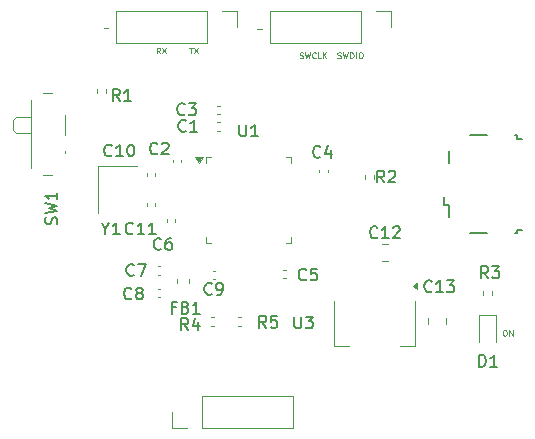
<source format=gbr>
%TF.GenerationSoftware,KiCad,Pcbnew,9.0.0*%
%TF.CreationDate,2025-03-25T14:42:11+07:00*%
%TF.ProjectId,stm32f1,73746d33-3266-4312-9e6b-696361645f70,rev?*%
%TF.SameCoordinates,Original*%
%TF.FileFunction,Legend,Top*%
%TF.FilePolarity,Positive*%
%FSLAX46Y46*%
G04 Gerber Fmt 4.6, Leading zero omitted, Abs format (unit mm)*
G04 Created by KiCad (PCBNEW 9.0.0) date 2025-03-25 14:42:11*
%MOMM*%
%LPD*%
G01*
G04 APERTURE LIST*
%ADD10C,0.125000*%
%ADD11C,0.150000*%
%ADD12C,0.120000*%
G04 APERTURE END LIST*
D10*
X112886997Y-50832309D02*
X112720331Y-50594214D01*
X112601283Y-50832309D02*
X112601283Y-50332309D01*
X112601283Y-50332309D02*
X112791759Y-50332309D01*
X112791759Y-50332309D02*
X112839378Y-50356119D01*
X112839378Y-50356119D02*
X112863188Y-50379928D01*
X112863188Y-50379928D02*
X112886997Y-50427547D01*
X112886997Y-50427547D02*
X112886997Y-50498976D01*
X112886997Y-50498976D02*
X112863188Y-50546595D01*
X112863188Y-50546595D02*
X112839378Y-50570404D01*
X112839378Y-50570404D02*
X112791759Y-50594214D01*
X112791759Y-50594214D02*
X112601283Y-50594214D01*
X113053664Y-50332309D02*
X113386997Y-50832309D01*
X113386997Y-50332309D02*
X113053664Y-50832309D01*
X141996521Y-74232309D02*
X142091759Y-74232309D01*
X142091759Y-74232309D02*
X142139378Y-74256119D01*
X142139378Y-74256119D02*
X142186997Y-74303738D01*
X142186997Y-74303738D02*
X142210807Y-74398976D01*
X142210807Y-74398976D02*
X142210807Y-74565642D01*
X142210807Y-74565642D02*
X142186997Y-74660880D01*
X142186997Y-74660880D02*
X142139378Y-74708500D01*
X142139378Y-74708500D02*
X142091759Y-74732309D01*
X142091759Y-74732309D02*
X141996521Y-74732309D01*
X141996521Y-74732309D02*
X141948902Y-74708500D01*
X141948902Y-74708500D02*
X141901283Y-74660880D01*
X141901283Y-74660880D02*
X141877474Y-74565642D01*
X141877474Y-74565642D02*
X141877474Y-74398976D01*
X141877474Y-74398976D02*
X141901283Y-74303738D01*
X141901283Y-74303738D02*
X141948902Y-74256119D01*
X141948902Y-74256119D02*
X141996521Y-74232309D01*
X142425093Y-74732309D02*
X142425093Y-74232309D01*
X142425093Y-74232309D02*
X142710807Y-74732309D01*
X142710807Y-74732309D02*
X142710807Y-74232309D01*
X108101283Y-48641833D02*
X108482236Y-48641833D01*
X121101283Y-48741833D02*
X121482236Y-48741833D01*
X115329855Y-50332309D02*
X115615569Y-50332309D01*
X115472712Y-50832309D02*
X115472712Y-50332309D01*
X115734616Y-50332309D02*
X116067949Y-50832309D01*
X116067949Y-50332309D02*
X115734616Y-50832309D01*
X127877474Y-51208500D02*
X127948902Y-51232309D01*
X127948902Y-51232309D02*
X128067950Y-51232309D01*
X128067950Y-51232309D02*
X128115569Y-51208500D01*
X128115569Y-51208500D02*
X128139378Y-51184690D01*
X128139378Y-51184690D02*
X128163188Y-51137071D01*
X128163188Y-51137071D02*
X128163188Y-51089452D01*
X128163188Y-51089452D02*
X128139378Y-51041833D01*
X128139378Y-51041833D02*
X128115569Y-51018023D01*
X128115569Y-51018023D02*
X128067950Y-50994214D01*
X128067950Y-50994214D02*
X127972712Y-50970404D01*
X127972712Y-50970404D02*
X127925093Y-50946595D01*
X127925093Y-50946595D02*
X127901283Y-50922785D01*
X127901283Y-50922785D02*
X127877474Y-50875166D01*
X127877474Y-50875166D02*
X127877474Y-50827547D01*
X127877474Y-50827547D02*
X127901283Y-50779928D01*
X127901283Y-50779928D02*
X127925093Y-50756119D01*
X127925093Y-50756119D02*
X127972712Y-50732309D01*
X127972712Y-50732309D02*
X128091759Y-50732309D01*
X128091759Y-50732309D02*
X128163188Y-50756119D01*
X128329854Y-50732309D02*
X128448902Y-51232309D01*
X128448902Y-51232309D02*
X128544140Y-50875166D01*
X128544140Y-50875166D02*
X128639378Y-51232309D01*
X128639378Y-51232309D02*
X128758426Y-50732309D01*
X128948902Y-51232309D02*
X128948902Y-50732309D01*
X128948902Y-50732309D02*
X129067950Y-50732309D01*
X129067950Y-50732309D02*
X129139378Y-50756119D01*
X129139378Y-50756119D02*
X129186997Y-50803738D01*
X129186997Y-50803738D02*
X129210807Y-50851357D01*
X129210807Y-50851357D02*
X129234616Y-50946595D01*
X129234616Y-50946595D02*
X129234616Y-51018023D01*
X129234616Y-51018023D02*
X129210807Y-51113261D01*
X129210807Y-51113261D02*
X129186997Y-51160880D01*
X129186997Y-51160880D02*
X129139378Y-51208500D01*
X129139378Y-51208500D02*
X129067950Y-51232309D01*
X129067950Y-51232309D02*
X128948902Y-51232309D01*
X129448902Y-51232309D02*
X129448902Y-50732309D01*
X129782235Y-50732309D02*
X129877473Y-50732309D01*
X129877473Y-50732309D02*
X129925092Y-50756119D01*
X129925092Y-50756119D02*
X129972711Y-50803738D01*
X129972711Y-50803738D02*
X129996521Y-50898976D01*
X129996521Y-50898976D02*
X129996521Y-51065642D01*
X129996521Y-51065642D02*
X129972711Y-51160880D01*
X129972711Y-51160880D02*
X129925092Y-51208500D01*
X129925092Y-51208500D02*
X129877473Y-51232309D01*
X129877473Y-51232309D02*
X129782235Y-51232309D01*
X129782235Y-51232309D02*
X129734616Y-51208500D01*
X129734616Y-51208500D02*
X129686997Y-51160880D01*
X129686997Y-51160880D02*
X129663188Y-51065642D01*
X129663188Y-51065642D02*
X129663188Y-50898976D01*
X129663188Y-50898976D02*
X129686997Y-50803738D01*
X129686997Y-50803738D02*
X129734616Y-50756119D01*
X129734616Y-50756119D02*
X129782235Y-50732309D01*
X124677474Y-51208500D02*
X124748902Y-51232309D01*
X124748902Y-51232309D02*
X124867950Y-51232309D01*
X124867950Y-51232309D02*
X124915569Y-51208500D01*
X124915569Y-51208500D02*
X124939378Y-51184690D01*
X124939378Y-51184690D02*
X124963188Y-51137071D01*
X124963188Y-51137071D02*
X124963188Y-51089452D01*
X124963188Y-51089452D02*
X124939378Y-51041833D01*
X124939378Y-51041833D02*
X124915569Y-51018023D01*
X124915569Y-51018023D02*
X124867950Y-50994214D01*
X124867950Y-50994214D02*
X124772712Y-50970404D01*
X124772712Y-50970404D02*
X124725093Y-50946595D01*
X124725093Y-50946595D02*
X124701283Y-50922785D01*
X124701283Y-50922785D02*
X124677474Y-50875166D01*
X124677474Y-50875166D02*
X124677474Y-50827547D01*
X124677474Y-50827547D02*
X124701283Y-50779928D01*
X124701283Y-50779928D02*
X124725093Y-50756119D01*
X124725093Y-50756119D02*
X124772712Y-50732309D01*
X124772712Y-50732309D02*
X124891759Y-50732309D01*
X124891759Y-50732309D02*
X124963188Y-50756119D01*
X125129854Y-50732309D02*
X125248902Y-51232309D01*
X125248902Y-51232309D02*
X125344140Y-50875166D01*
X125344140Y-50875166D02*
X125439378Y-51232309D01*
X125439378Y-51232309D02*
X125558426Y-50732309D01*
X126034616Y-51184690D02*
X126010807Y-51208500D01*
X126010807Y-51208500D02*
X125939378Y-51232309D01*
X125939378Y-51232309D02*
X125891759Y-51232309D01*
X125891759Y-51232309D02*
X125820331Y-51208500D01*
X125820331Y-51208500D02*
X125772712Y-51160880D01*
X125772712Y-51160880D02*
X125748902Y-51113261D01*
X125748902Y-51113261D02*
X125725093Y-51018023D01*
X125725093Y-51018023D02*
X125725093Y-50946595D01*
X125725093Y-50946595D02*
X125748902Y-50851357D01*
X125748902Y-50851357D02*
X125772712Y-50803738D01*
X125772712Y-50803738D02*
X125820331Y-50756119D01*
X125820331Y-50756119D02*
X125891759Y-50732309D01*
X125891759Y-50732309D02*
X125939378Y-50732309D01*
X125939378Y-50732309D02*
X126010807Y-50756119D01*
X126010807Y-50756119D02*
X126034616Y-50779928D01*
X126486997Y-51232309D02*
X126248902Y-51232309D01*
X126248902Y-51232309D02*
X126248902Y-50732309D01*
X126653664Y-51232309D02*
X126653664Y-50732309D01*
X126939378Y-51232309D02*
X126725093Y-50946595D01*
X126939378Y-50732309D02*
X126653664Y-51018023D01*
D11*
X115033333Y-57359580D02*
X114985714Y-57407200D01*
X114985714Y-57407200D02*
X114842857Y-57454819D01*
X114842857Y-57454819D02*
X114747619Y-57454819D01*
X114747619Y-57454819D02*
X114604762Y-57407200D01*
X114604762Y-57407200D02*
X114509524Y-57311961D01*
X114509524Y-57311961D02*
X114461905Y-57216723D01*
X114461905Y-57216723D02*
X114414286Y-57026247D01*
X114414286Y-57026247D02*
X114414286Y-56883390D01*
X114414286Y-56883390D02*
X114461905Y-56692914D01*
X114461905Y-56692914D02*
X114509524Y-56597676D01*
X114509524Y-56597676D02*
X114604762Y-56502438D01*
X114604762Y-56502438D02*
X114747619Y-56454819D01*
X114747619Y-56454819D02*
X114842857Y-56454819D01*
X114842857Y-56454819D02*
X114985714Y-56502438D01*
X114985714Y-56502438D02*
X115033333Y-56550057D01*
X115985714Y-57454819D02*
X115414286Y-57454819D01*
X115700000Y-57454819D02*
X115700000Y-56454819D01*
X115700000Y-56454819D02*
X115604762Y-56597676D01*
X115604762Y-56597676D02*
X115509524Y-56692914D01*
X115509524Y-56692914D02*
X115414286Y-56740533D01*
X104107200Y-65283332D02*
X104154819Y-65140475D01*
X104154819Y-65140475D02*
X104154819Y-64902380D01*
X104154819Y-64902380D02*
X104107200Y-64807142D01*
X104107200Y-64807142D02*
X104059580Y-64759523D01*
X104059580Y-64759523D02*
X103964342Y-64711904D01*
X103964342Y-64711904D02*
X103869104Y-64711904D01*
X103869104Y-64711904D02*
X103773866Y-64759523D01*
X103773866Y-64759523D02*
X103726247Y-64807142D01*
X103726247Y-64807142D02*
X103678628Y-64902380D01*
X103678628Y-64902380D02*
X103631009Y-65092856D01*
X103631009Y-65092856D02*
X103583390Y-65188094D01*
X103583390Y-65188094D02*
X103535771Y-65235713D01*
X103535771Y-65235713D02*
X103440533Y-65283332D01*
X103440533Y-65283332D02*
X103345295Y-65283332D01*
X103345295Y-65283332D02*
X103250057Y-65235713D01*
X103250057Y-65235713D02*
X103202438Y-65188094D01*
X103202438Y-65188094D02*
X103154819Y-65092856D01*
X103154819Y-65092856D02*
X103154819Y-64854761D01*
X103154819Y-64854761D02*
X103202438Y-64711904D01*
X103154819Y-64378570D02*
X104154819Y-64140475D01*
X104154819Y-64140475D02*
X103440533Y-63949999D01*
X103440533Y-63949999D02*
X104154819Y-63759523D01*
X104154819Y-63759523D02*
X103154819Y-63521428D01*
X104154819Y-62616666D02*
X104154819Y-63188094D01*
X104154819Y-62902380D02*
X103154819Y-62902380D01*
X103154819Y-62902380D02*
X103297676Y-62997618D01*
X103297676Y-62997618D02*
X103392914Y-63092856D01*
X103392914Y-63092856D02*
X103440533Y-63188094D01*
X108235809Y-65682628D02*
X108235809Y-66158819D01*
X107902476Y-65158819D02*
X108235809Y-65682628D01*
X108235809Y-65682628D02*
X108569142Y-65158819D01*
X109426285Y-66158819D02*
X108854857Y-66158819D01*
X109140571Y-66158819D02*
X109140571Y-65158819D01*
X109140571Y-65158819D02*
X109045333Y-65301676D01*
X109045333Y-65301676D02*
X108950095Y-65396914D01*
X108950095Y-65396914D02*
X108854857Y-65444533D01*
X124238095Y-73104819D02*
X124238095Y-73914342D01*
X124238095Y-73914342D02*
X124285714Y-74009580D01*
X124285714Y-74009580D02*
X124333333Y-74057200D01*
X124333333Y-74057200D02*
X124428571Y-74104819D01*
X124428571Y-74104819D02*
X124619047Y-74104819D01*
X124619047Y-74104819D02*
X124714285Y-74057200D01*
X124714285Y-74057200D02*
X124761904Y-74009580D01*
X124761904Y-74009580D02*
X124809523Y-73914342D01*
X124809523Y-73914342D02*
X124809523Y-73104819D01*
X125190476Y-73104819D02*
X125809523Y-73104819D01*
X125809523Y-73104819D02*
X125476190Y-73485771D01*
X125476190Y-73485771D02*
X125619047Y-73485771D01*
X125619047Y-73485771D02*
X125714285Y-73533390D01*
X125714285Y-73533390D02*
X125761904Y-73581009D01*
X125761904Y-73581009D02*
X125809523Y-73676247D01*
X125809523Y-73676247D02*
X125809523Y-73914342D01*
X125809523Y-73914342D02*
X125761904Y-74009580D01*
X125761904Y-74009580D02*
X125714285Y-74057200D01*
X125714285Y-74057200D02*
X125619047Y-74104819D01*
X125619047Y-74104819D02*
X125333333Y-74104819D01*
X125333333Y-74104819D02*
X125238095Y-74057200D01*
X125238095Y-74057200D02*
X125190476Y-74009580D01*
X119575595Y-56854819D02*
X119575595Y-57664342D01*
X119575595Y-57664342D02*
X119623214Y-57759580D01*
X119623214Y-57759580D02*
X119670833Y-57807200D01*
X119670833Y-57807200D02*
X119766071Y-57854819D01*
X119766071Y-57854819D02*
X119956547Y-57854819D01*
X119956547Y-57854819D02*
X120051785Y-57807200D01*
X120051785Y-57807200D02*
X120099404Y-57759580D01*
X120099404Y-57759580D02*
X120147023Y-57664342D01*
X120147023Y-57664342D02*
X120147023Y-56854819D01*
X121147023Y-57854819D02*
X120575595Y-57854819D01*
X120861309Y-57854819D02*
X120861309Y-56854819D01*
X120861309Y-56854819D02*
X120766071Y-56997676D01*
X120766071Y-56997676D02*
X120670833Y-57092914D01*
X120670833Y-57092914D02*
X120575595Y-57140533D01*
X121833333Y-74054819D02*
X121500000Y-73578628D01*
X121261905Y-74054819D02*
X121261905Y-73054819D01*
X121261905Y-73054819D02*
X121642857Y-73054819D01*
X121642857Y-73054819D02*
X121738095Y-73102438D01*
X121738095Y-73102438D02*
X121785714Y-73150057D01*
X121785714Y-73150057D02*
X121833333Y-73245295D01*
X121833333Y-73245295D02*
X121833333Y-73388152D01*
X121833333Y-73388152D02*
X121785714Y-73483390D01*
X121785714Y-73483390D02*
X121738095Y-73531009D01*
X121738095Y-73531009D02*
X121642857Y-73578628D01*
X121642857Y-73578628D02*
X121261905Y-73578628D01*
X122738095Y-73054819D02*
X122261905Y-73054819D01*
X122261905Y-73054819D02*
X122214286Y-73531009D01*
X122214286Y-73531009D02*
X122261905Y-73483390D01*
X122261905Y-73483390D02*
X122357143Y-73435771D01*
X122357143Y-73435771D02*
X122595238Y-73435771D01*
X122595238Y-73435771D02*
X122690476Y-73483390D01*
X122690476Y-73483390D02*
X122738095Y-73531009D01*
X122738095Y-73531009D02*
X122785714Y-73626247D01*
X122785714Y-73626247D02*
X122785714Y-73864342D01*
X122785714Y-73864342D02*
X122738095Y-73959580D01*
X122738095Y-73959580D02*
X122690476Y-74007200D01*
X122690476Y-74007200D02*
X122595238Y-74054819D01*
X122595238Y-74054819D02*
X122357143Y-74054819D01*
X122357143Y-74054819D02*
X122261905Y-74007200D01*
X122261905Y-74007200D02*
X122214286Y-73959580D01*
X115233333Y-74254819D02*
X114900000Y-73778628D01*
X114661905Y-74254819D02*
X114661905Y-73254819D01*
X114661905Y-73254819D02*
X115042857Y-73254819D01*
X115042857Y-73254819D02*
X115138095Y-73302438D01*
X115138095Y-73302438D02*
X115185714Y-73350057D01*
X115185714Y-73350057D02*
X115233333Y-73445295D01*
X115233333Y-73445295D02*
X115233333Y-73588152D01*
X115233333Y-73588152D02*
X115185714Y-73683390D01*
X115185714Y-73683390D02*
X115138095Y-73731009D01*
X115138095Y-73731009D02*
X115042857Y-73778628D01*
X115042857Y-73778628D02*
X114661905Y-73778628D01*
X116090476Y-73588152D02*
X116090476Y-74254819D01*
X115852381Y-73207200D02*
X115614286Y-73921485D01*
X115614286Y-73921485D02*
X116233333Y-73921485D01*
X140633333Y-69854819D02*
X140300000Y-69378628D01*
X140061905Y-69854819D02*
X140061905Y-68854819D01*
X140061905Y-68854819D02*
X140442857Y-68854819D01*
X140442857Y-68854819D02*
X140538095Y-68902438D01*
X140538095Y-68902438D02*
X140585714Y-68950057D01*
X140585714Y-68950057D02*
X140633333Y-69045295D01*
X140633333Y-69045295D02*
X140633333Y-69188152D01*
X140633333Y-69188152D02*
X140585714Y-69283390D01*
X140585714Y-69283390D02*
X140538095Y-69331009D01*
X140538095Y-69331009D02*
X140442857Y-69378628D01*
X140442857Y-69378628D02*
X140061905Y-69378628D01*
X140966667Y-68854819D02*
X141585714Y-68854819D01*
X141585714Y-68854819D02*
X141252381Y-69235771D01*
X141252381Y-69235771D02*
X141395238Y-69235771D01*
X141395238Y-69235771D02*
X141490476Y-69283390D01*
X141490476Y-69283390D02*
X141538095Y-69331009D01*
X141538095Y-69331009D02*
X141585714Y-69426247D01*
X141585714Y-69426247D02*
X141585714Y-69664342D01*
X141585714Y-69664342D02*
X141538095Y-69759580D01*
X141538095Y-69759580D02*
X141490476Y-69807200D01*
X141490476Y-69807200D02*
X141395238Y-69854819D01*
X141395238Y-69854819D02*
X141109524Y-69854819D01*
X141109524Y-69854819D02*
X141014286Y-69807200D01*
X141014286Y-69807200D02*
X140966667Y-69759580D01*
X131833333Y-61754819D02*
X131500000Y-61278628D01*
X131261905Y-61754819D02*
X131261905Y-60754819D01*
X131261905Y-60754819D02*
X131642857Y-60754819D01*
X131642857Y-60754819D02*
X131738095Y-60802438D01*
X131738095Y-60802438D02*
X131785714Y-60850057D01*
X131785714Y-60850057D02*
X131833333Y-60945295D01*
X131833333Y-60945295D02*
X131833333Y-61088152D01*
X131833333Y-61088152D02*
X131785714Y-61183390D01*
X131785714Y-61183390D02*
X131738095Y-61231009D01*
X131738095Y-61231009D02*
X131642857Y-61278628D01*
X131642857Y-61278628D02*
X131261905Y-61278628D01*
X132214286Y-60850057D02*
X132261905Y-60802438D01*
X132261905Y-60802438D02*
X132357143Y-60754819D01*
X132357143Y-60754819D02*
X132595238Y-60754819D01*
X132595238Y-60754819D02*
X132690476Y-60802438D01*
X132690476Y-60802438D02*
X132738095Y-60850057D01*
X132738095Y-60850057D02*
X132785714Y-60945295D01*
X132785714Y-60945295D02*
X132785714Y-61040533D01*
X132785714Y-61040533D02*
X132738095Y-61183390D01*
X132738095Y-61183390D02*
X132166667Y-61754819D01*
X132166667Y-61754819D02*
X132785714Y-61754819D01*
X109433333Y-54854819D02*
X109100000Y-54378628D01*
X108861905Y-54854819D02*
X108861905Y-53854819D01*
X108861905Y-53854819D02*
X109242857Y-53854819D01*
X109242857Y-53854819D02*
X109338095Y-53902438D01*
X109338095Y-53902438D02*
X109385714Y-53950057D01*
X109385714Y-53950057D02*
X109433333Y-54045295D01*
X109433333Y-54045295D02*
X109433333Y-54188152D01*
X109433333Y-54188152D02*
X109385714Y-54283390D01*
X109385714Y-54283390D02*
X109338095Y-54331009D01*
X109338095Y-54331009D02*
X109242857Y-54378628D01*
X109242857Y-54378628D02*
X108861905Y-54378628D01*
X110385714Y-54854819D02*
X109814286Y-54854819D01*
X110100000Y-54854819D02*
X110100000Y-53854819D01*
X110100000Y-53854819D02*
X110004762Y-53997676D01*
X110004762Y-53997676D02*
X109909524Y-54092914D01*
X109909524Y-54092914D02*
X109814286Y-54140533D01*
X114166666Y-72331009D02*
X113833333Y-72331009D01*
X113833333Y-72854819D02*
X113833333Y-71854819D01*
X113833333Y-71854819D02*
X114309523Y-71854819D01*
X115023809Y-72331009D02*
X115166666Y-72378628D01*
X115166666Y-72378628D02*
X115214285Y-72426247D01*
X115214285Y-72426247D02*
X115261904Y-72521485D01*
X115261904Y-72521485D02*
X115261904Y-72664342D01*
X115261904Y-72664342D02*
X115214285Y-72759580D01*
X115214285Y-72759580D02*
X115166666Y-72807200D01*
X115166666Y-72807200D02*
X115071428Y-72854819D01*
X115071428Y-72854819D02*
X114690476Y-72854819D01*
X114690476Y-72854819D02*
X114690476Y-71854819D01*
X114690476Y-71854819D02*
X115023809Y-71854819D01*
X115023809Y-71854819D02*
X115119047Y-71902438D01*
X115119047Y-71902438D02*
X115166666Y-71950057D01*
X115166666Y-71950057D02*
X115214285Y-72045295D01*
X115214285Y-72045295D02*
X115214285Y-72140533D01*
X115214285Y-72140533D02*
X115166666Y-72235771D01*
X115166666Y-72235771D02*
X115119047Y-72283390D01*
X115119047Y-72283390D02*
X115023809Y-72331009D01*
X115023809Y-72331009D02*
X114690476Y-72331009D01*
X116214285Y-72854819D02*
X115642857Y-72854819D01*
X115928571Y-72854819D02*
X115928571Y-71854819D01*
X115928571Y-71854819D02*
X115833333Y-71997676D01*
X115833333Y-71997676D02*
X115738095Y-72092914D01*
X115738095Y-72092914D02*
X115642857Y-72140533D01*
X139861905Y-77354819D02*
X139861905Y-76354819D01*
X139861905Y-76354819D02*
X140100000Y-76354819D01*
X140100000Y-76354819D02*
X140242857Y-76402438D01*
X140242857Y-76402438D02*
X140338095Y-76497676D01*
X140338095Y-76497676D02*
X140385714Y-76592914D01*
X140385714Y-76592914D02*
X140433333Y-76783390D01*
X140433333Y-76783390D02*
X140433333Y-76926247D01*
X140433333Y-76926247D02*
X140385714Y-77116723D01*
X140385714Y-77116723D02*
X140338095Y-77211961D01*
X140338095Y-77211961D02*
X140242857Y-77307200D01*
X140242857Y-77307200D02*
X140100000Y-77354819D01*
X140100000Y-77354819D02*
X139861905Y-77354819D01*
X141385714Y-77354819D02*
X140814286Y-77354819D01*
X141100000Y-77354819D02*
X141100000Y-76354819D01*
X141100000Y-76354819D02*
X141004762Y-76497676D01*
X141004762Y-76497676D02*
X140909524Y-76592914D01*
X140909524Y-76592914D02*
X140814286Y-76640533D01*
X135857142Y-70959580D02*
X135809523Y-71007200D01*
X135809523Y-71007200D02*
X135666666Y-71054819D01*
X135666666Y-71054819D02*
X135571428Y-71054819D01*
X135571428Y-71054819D02*
X135428571Y-71007200D01*
X135428571Y-71007200D02*
X135333333Y-70911961D01*
X135333333Y-70911961D02*
X135285714Y-70816723D01*
X135285714Y-70816723D02*
X135238095Y-70626247D01*
X135238095Y-70626247D02*
X135238095Y-70483390D01*
X135238095Y-70483390D02*
X135285714Y-70292914D01*
X135285714Y-70292914D02*
X135333333Y-70197676D01*
X135333333Y-70197676D02*
X135428571Y-70102438D01*
X135428571Y-70102438D02*
X135571428Y-70054819D01*
X135571428Y-70054819D02*
X135666666Y-70054819D01*
X135666666Y-70054819D02*
X135809523Y-70102438D01*
X135809523Y-70102438D02*
X135857142Y-70150057D01*
X136809523Y-71054819D02*
X136238095Y-71054819D01*
X136523809Y-71054819D02*
X136523809Y-70054819D01*
X136523809Y-70054819D02*
X136428571Y-70197676D01*
X136428571Y-70197676D02*
X136333333Y-70292914D01*
X136333333Y-70292914D02*
X136238095Y-70340533D01*
X137142857Y-70054819D02*
X137761904Y-70054819D01*
X137761904Y-70054819D02*
X137428571Y-70435771D01*
X137428571Y-70435771D02*
X137571428Y-70435771D01*
X137571428Y-70435771D02*
X137666666Y-70483390D01*
X137666666Y-70483390D02*
X137714285Y-70531009D01*
X137714285Y-70531009D02*
X137761904Y-70626247D01*
X137761904Y-70626247D02*
X137761904Y-70864342D01*
X137761904Y-70864342D02*
X137714285Y-70959580D01*
X137714285Y-70959580D02*
X137666666Y-71007200D01*
X137666666Y-71007200D02*
X137571428Y-71054819D01*
X137571428Y-71054819D02*
X137285714Y-71054819D01*
X137285714Y-71054819D02*
X137190476Y-71007200D01*
X137190476Y-71007200D02*
X137142857Y-70959580D01*
X131257142Y-66379580D02*
X131209523Y-66427200D01*
X131209523Y-66427200D02*
X131066666Y-66474819D01*
X131066666Y-66474819D02*
X130971428Y-66474819D01*
X130971428Y-66474819D02*
X130828571Y-66427200D01*
X130828571Y-66427200D02*
X130733333Y-66331961D01*
X130733333Y-66331961D02*
X130685714Y-66236723D01*
X130685714Y-66236723D02*
X130638095Y-66046247D01*
X130638095Y-66046247D02*
X130638095Y-65903390D01*
X130638095Y-65903390D02*
X130685714Y-65712914D01*
X130685714Y-65712914D02*
X130733333Y-65617676D01*
X130733333Y-65617676D02*
X130828571Y-65522438D01*
X130828571Y-65522438D02*
X130971428Y-65474819D01*
X130971428Y-65474819D02*
X131066666Y-65474819D01*
X131066666Y-65474819D02*
X131209523Y-65522438D01*
X131209523Y-65522438D02*
X131257142Y-65570057D01*
X132209523Y-66474819D02*
X131638095Y-66474819D01*
X131923809Y-66474819D02*
X131923809Y-65474819D01*
X131923809Y-65474819D02*
X131828571Y-65617676D01*
X131828571Y-65617676D02*
X131733333Y-65712914D01*
X131733333Y-65712914D02*
X131638095Y-65760533D01*
X132590476Y-65570057D02*
X132638095Y-65522438D01*
X132638095Y-65522438D02*
X132733333Y-65474819D01*
X132733333Y-65474819D02*
X132971428Y-65474819D01*
X132971428Y-65474819D02*
X133066666Y-65522438D01*
X133066666Y-65522438D02*
X133114285Y-65570057D01*
X133114285Y-65570057D02*
X133161904Y-65665295D01*
X133161904Y-65665295D02*
X133161904Y-65760533D01*
X133161904Y-65760533D02*
X133114285Y-65903390D01*
X133114285Y-65903390D02*
X132542857Y-66474819D01*
X132542857Y-66474819D02*
X133161904Y-66474819D01*
X110569142Y-66063580D02*
X110521523Y-66111200D01*
X110521523Y-66111200D02*
X110378666Y-66158819D01*
X110378666Y-66158819D02*
X110283428Y-66158819D01*
X110283428Y-66158819D02*
X110140571Y-66111200D01*
X110140571Y-66111200D02*
X110045333Y-66015961D01*
X110045333Y-66015961D02*
X109997714Y-65920723D01*
X109997714Y-65920723D02*
X109950095Y-65730247D01*
X109950095Y-65730247D02*
X109950095Y-65587390D01*
X109950095Y-65587390D02*
X109997714Y-65396914D01*
X109997714Y-65396914D02*
X110045333Y-65301676D01*
X110045333Y-65301676D02*
X110140571Y-65206438D01*
X110140571Y-65206438D02*
X110283428Y-65158819D01*
X110283428Y-65158819D02*
X110378666Y-65158819D01*
X110378666Y-65158819D02*
X110521523Y-65206438D01*
X110521523Y-65206438D02*
X110569142Y-65254057D01*
X111521523Y-66158819D02*
X110950095Y-66158819D01*
X111235809Y-66158819D02*
X111235809Y-65158819D01*
X111235809Y-65158819D02*
X111140571Y-65301676D01*
X111140571Y-65301676D02*
X111045333Y-65396914D01*
X111045333Y-65396914D02*
X110950095Y-65444533D01*
X112473904Y-66158819D02*
X111902476Y-66158819D01*
X112188190Y-66158819D02*
X112188190Y-65158819D01*
X112188190Y-65158819D02*
X112092952Y-65301676D01*
X112092952Y-65301676D02*
X111997714Y-65396914D01*
X111997714Y-65396914D02*
X111902476Y-65444533D01*
X108757142Y-59459580D02*
X108709523Y-59507200D01*
X108709523Y-59507200D02*
X108566666Y-59554819D01*
X108566666Y-59554819D02*
X108471428Y-59554819D01*
X108471428Y-59554819D02*
X108328571Y-59507200D01*
X108328571Y-59507200D02*
X108233333Y-59411961D01*
X108233333Y-59411961D02*
X108185714Y-59316723D01*
X108185714Y-59316723D02*
X108138095Y-59126247D01*
X108138095Y-59126247D02*
X108138095Y-58983390D01*
X108138095Y-58983390D02*
X108185714Y-58792914D01*
X108185714Y-58792914D02*
X108233333Y-58697676D01*
X108233333Y-58697676D02*
X108328571Y-58602438D01*
X108328571Y-58602438D02*
X108471428Y-58554819D01*
X108471428Y-58554819D02*
X108566666Y-58554819D01*
X108566666Y-58554819D02*
X108709523Y-58602438D01*
X108709523Y-58602438D02*
X108757142Y-58650057D01*
X109709523Y-59554819D02*
X109138095Y-59554819D01*
X109423809Y-59554819D02*
X109423809Y-58554819D01*
X109423809Y-58554819D02*
X109328571Y-58697676D01*
X109328571Y-58697676D02*
X109233333Y-58792914D01*
X109233333Y-58792914D02*
X109138095Y-58840533D01*
X110328571Y-58554819D02*
X110423809Y-58554819D01*
X110423809Y-58554819D02*
X110519047Y-58602438D01*
X110519047Y-58602438D02*
X110566666Y-58650057D01*
X110566666Y-58650057D02*
X110614285Y-58745295D01*
X110614285Y-58745295D02*
X110661904Y-58935771D01*
X110661904Y-58935771D02*
X110661904Y-59173866D01*
X110661904Y-59173866D02*
X110614285Y-59364342D01*
X110614285Y-59364342D02*
X110566666Y-59459580D01*
X110566666Y-59459580D02*
X110519047Y-59507200D01*
X110519047Y-59507200D02*
X110423809Y-59554819D01*
X110423809Y-59554819D02*
X110328571Y-59554819D01*
X110328571Y-59554819D02*
X110233333Y-59507200D01*
X110233333Y-59507200D02*
X110185714Y-59459580D01*
X110185714Y-59459580D02*
X110138095Y-59364342D01*
X110138095Y-59364342D02*
X110090476Y-59173866D01*
X110090476Y-59173866D02*
X110090476Y-58935771D01*
X110090476Y-58935771D02*
X110138095Y-58745295D01*
X110138095Y-58745295D02*
X110185714Y-58650057D01*
X110185714Y-58650057D02*
X110233333Y-58602438D01*
X110233333Y-58602438D02*
X110328571Y-58554819D01*
X117233333Y-71159580D02*
X117185714Y-71207200D01*
X117185714Y-71207200D02*
X117042857Y-71254819D01*
X117042857Y-71254819D02*
X116947619Y-71254819D01*
X116947619Y-71254819D02*
X116804762Y-71207200D01*
X116804762Y-71207200D02*
X116709524Y-71111961D01*
X116709524Y-71111961D02*
X116661905Y-71016723D01*
X116661905Y-71016723D02*
X116614286Y-70826247D01*
X116614286Y-70826247D02*
X116614286Y-70683390D01*
X116614286Y-70683390D02*
X116661905Y-70492914D01*
X116661905Y-70492914D02*
X116709524Y-70397676D01*
X116709524Y-70397676D02*
X116804762Y-70302438D01*
X116804762Y-70302438D02*
X116947619Y-70254819D01*
X116947619Y-70254819D02*
X117042857Y-70254819D01*
X117042857Y-70254819D02*
X117185714Y-70302438D01*
X117185714Y-70302438D02*
X117233333Y-70350057D01*
X117709524Y-71254819D02*
X117900000Y-71254819D01*
X117900000Y-71254819D02*
X117995238Y-71207200D01*
X117995238Y-71207200D02*
X118042857Y-71159580D01*
X118042857Y-71159580D02*
X118138095Y-71016723D01*
X118138095Y-71016723D02*
X118185714Y-70826247D01*
X118185714Y-70826247D02*
X118185714Y-70445295D01*
X118185714Y-70445295D02*
X118138095Y-70350057D01*
X118138095Y-70350057D02*
X118090476Y-70302438D01*
X118090476Y-70302438D02*
X117995238Y-70254819D01*
X117995238Y-70254819D02*
X117804762Y-70254819D01*
X117804762Y-70254819D02*
X117709524Y-70302438D01*
X117709524Y-70302438D02*
X117661905Y-70350057D01*
X117661905Y-70350057D02*
X117614286Y-70445295D01*
X117614286Y-70445295D02*
X117614286Y-70683390D01*
X117614286Y-70683390D02*
X117661905Y-70778628D01*
X117661905Y-70778628D02*
X117709524Y-70826247D01*
X117709524Y-70826247D02*
X117804762Y-70873866D01*
X117804762Y-70873866D02*
X117995238Y-70873866D01*
X117995238Y-70873866D02*
X118090476Y-70826247D01*
X118090476Y-70826247D02*
X118138095Y-70778628D01*
X118138095Y-70778628D02*
X118185714Y-70683390D01*
X110433333Y-71559580D02*
X110385714Y-71607200D01*
X110385714Y-71607200D02*
X110242857Y-71654819D01*
X110242857Y-71654819D02*
X110147619Y-71654819D01*
X110147619Y-71654819D02*
X110004762Y-71607200D01*
X110004762Y-71607200D02*
X109909524Y-71511961D01*
X109909524Y-71511961D02*
X109861905Y-71416723D01*
X109861905Y-71416723D02*
X109814286Y-71226247D01*
X109814286Y-71226247D02*
X109814286Y-71083390D01*
X109814286Y-71083390D02*
X109861905Y-70892914D01*
X109861905Y-70892914D02*
X109909524Y-70797676D01*
X109909524Y-70797676D02*
X110004762Y-70702438D01*
X110004762Y-70702438D02*
X110147619Y-70654819D01*
X110147619Y-70654819D02*
X110242857Y-70654819D01*
X110242857Y-70654819D02*
X110385714Y-70702438D01*
X110385714Y-70702438D02*
X110433333Y-70750057D01*
X111004762Y-71083390D02*
X110909524Y-71035771D01*
X110909524Y-71035771D02*
X110861905Y-70988152D01*
X110861905Y-70988152D02*
X110814286Y-70892914D01*
X110814286Y-70892914D02*
X110814286Y-70845295D01*
X110814286Y-70845295D02*
X110861905Y-70750057D01*
X110861905Y-70750057D02*
X110909524Y-70702438D01*
X110909524Y-70702438D02*
X111004762Y-70654819D01*
X111004762Y-70654819D02*
X111195238Y-70654819D01*
X111195238Y-70654819D02*
X111290476Y-70702438D01*
X111290476Y-70702438D02*
X111338095Y-70750057D01*
X111338095Y-70750057D02*
X111385714Y-70845295D01*
X111385714Y-70845295D02*
X111385714Y-70892914D01*
X111385714Y-70892914D02*
X111338095Y-70988152D01*
X111338095Y-70988152D02*
X111290476Y-71035771D01*
X111290476Y-71035771D02*
X111195238Y-71083390D01*
X111195238Y-71083390D02*
X111004762Y-71083390D01*
X111004762Y-71083390D02*
X110909524Y-71131009D01*
X110909524Y-71131009D02*
X110861905Y-71178628D01*
X110861905Y-71178628D02*
X110814286Y-71273866D01*
X110814286Y-71273866D02*
X110814286Y-71464342D01*
X110814286Y-71464342D02*
X110861905Y-71559580D01*
X110861905Y-71559580D02*
X110909524Y-71607200D01*
X110909524Y-71607200D02*
X111004762Y-71654819D01*
X111004762Y-71654819D02*
X111195238Y-71654819D01*
X111195238Y-71654819D02*
X111290476Y-71607200D01*
X111290476Y-71607200D02*
X111338095Y-71559580D01*
X111338095Y-71559580D02*
X111385714Y-71464342D01*
X111385714Y-71464342D02*
X111385714Y-71273866D01*
X111385714Y-71273866D02*
X111338095Y-71178628D01*
X111338095Y-71178628D02*
X111290476Y-71131009D01*
X111290476Y-71131009D02*
X111195238Y-71083390D01*
X110633333Y-69559580D02*
X110585714Y-69607200D01*
X110585714Y-69607200D02*
X110442857Y-69654819D01*
X110442857Y-69654819D02*
X110347619Y-69654819D01*
X110347619Y-69654819D02*
X110204762Y-69607200D01*
X110204762Y-69607200D02*
X110109524Y-69511961D01*
X110109524Y-69511961D02*
X110061905Y-69416723D01*
X110061905Y-69416723D02*
X110014286Y-69226247D01*
X110014286Y-69226247D02*
X110014286Y-69083390D01*
X110014286Y-69083390D02*
X110061905Y-68892914D01*
X110061905Y-68892914D02*
X110109524Y-68797676D01*
X110109524Y-68797676D02*
X110204762Y-68702438D01*
X110204762Y-68702438D02*
X110347619Y-68654819D01*
X110347619Y-68654819D02*
X110442857Y-68654819D01*
X110442857Y-68654819D02*
X110585714Y-68702438D01*
X110585714Y-68702438D02*
X110633333Y-68750057D01*
X110966667Y-68654819D02*
X111633333Y-68654819D01*
X111633333Y-68654819D02*
X111204762Y-69654819D01*
X112933333Y-67359580D02*
X112885714Y-67407200D01*
X112885714Y-67407200D02*
X112742857Y-67454819D01*
X112742857Y-67454819D02*
X112647619Y-67454819D01*
X112647619Y-67454819D02*
X112504762Y-67407200D01*
X112504762Y-67407200D02*
X112409524Y-67311961D01*
X112409524Y-67311961D02*
X112361905Y-67216723D01*
X112361905Y-67216723D02*
X112314286Y-67026247D01*
X112314286Y-67026247D02*
X112314286Y-66883390D01*
X112314286Y-66883390D02*
X112361905Y-66692914D01*
X112361905Y-66692914D02*
X112409524Y-66597676D01*
X112409524Y-66597676D02*
X112504762Y-66502438D01*
X112504762Y-66502438D02*
X112647619Y-66454819D01*
X112647619Y-66454819D02*
X112742857Y-66454819D01*
X112742857Y-66454819D02*
X112885714Y-66502438D01*
X112885714Y-66502438D02*
X112933333Y-66550057D01*
X113790476Y-66454819D02*
X113600000Y-66454819D01*
X113600000Y-66454819D02*
X113504762Y-66502438D01*
X113504762Y-66502438D02*
X113457143Y-66550057D01*
X113457143Y-66550057D02*
X113361905Y-66692914D01*
X113361905Y-66692914D02*
X113314286Y-66883390D01*
X113314286Y-66883390D02*
X113314286Y-67264342D01*
X113314286Y-67264342D02*
X113361905Y-67359580D01*
X113361905Y-67359580D02*
X113409524Y-67407200D01*
X113409524Y-67407200D02*
X113504762Y-67454819D01*
X113504762Y-67454819D02*
X113695238Y-67454819D01*
X113695238Y-67454819D02*
X113790476Y-67407200D01*
X113790476Y-67407200D02*
X113838095Y-67359580D01*
X113838095Y-67359580D02*
X113885714Y-67264342D01*
X113885714Y-67264342D02*
X113885714Y-67026247D01*
X113885714Y-67026247D02*
X113838095Y-66931009D01*
X113838095Y-66931009D02*
X113790476Y-66883390D01*
X113790476Y-66883390D02*
X113695238Y-66835771D01*
X113695238Y-66835771D02*
X113504762Y-66835771D01*
X113504762Y-66835771D02*
X113409524Y-66883390D01*
X113409524Y-66883390D02*
X113361905Y-66931009D01*
X113361905Y-66931009D02*
X113314286Y-67026247D01*
X125233333Y-69959580D02*
X125185714Y-70007200D01*
X125185714Y-70007200D02*
X125042857Y-70054819D01*
X125042857Y-70054819D02*
X124947619Y-70054819D01*
X124947619Y-70054819D02*
X124804762Y-70007200D01*
X124804762Y-70007200D02*
X124709524Y-69911961D01*
X124709524Y-69911961D02*
X124661905Y-69816723D01*
X124661905Y-69816723D02*
X124614286Y-69626247D01*
X124614286Y-69626247D02*
X124614286Y-69483390D01*
X124614286Y-69483390D02*
X124661905Y-69292914D01*
X124661905Y-69292914D02*
X124709524Y-69197676D01*
X124709524Y-69197676D02*
X124804762Y-69102438D01*
X124804762Y-69102438D02*
X124947619Y-69054819D01*
X124947619Y-69054819D02*
X125042857Y-69054819D01*
X125042857Y-69054819D02*
X125185714Y-69102438D01*
X125185714Y-69102438D02*
X125233333Y-69150057D01*
X126138095Y-69054819D02*
X125661905Y-69054819D01*
X125661905Y-69054819D02*
X125614286Y-69531009D01*
X125614286Y-69531009D02*
X125661905Y-69483390D01*
X125661905Y-69483390D02*
X125757143Y-69435771D01*
X125757143Y-69435771D02*
X125995238Y-69435771D01*
X125995238Y-69435771D02*
X126090476Y-69483390D01*
X126090476Y-69483390D02*
X126138095Y-69531009D01*
X126138095Y-69531009D02*
X126185714Y-69626247D01*
X126185714Y-69626247D02*
X126185714Y-69864342D01*
X126185714Y-69864342D02*
X126138095Y-69959580D01*
X126138095Y-69959580D02*
X126090476Y-70007200D01*
X126090476Y-70007200D02*
X125995238Y-70054819D01*
X125995238Y-70054819D02*
X125757143Y-70054819D01*
X125757143Y-70054819D02*
X125661905Y-70007200D01*
X125661905Y-70007200D02*
X125614286Y-69959580D01*
X126433333Y-59559580D02*
X126385714Y-59607200D01*
X126385714Y-59607200D02*
X126242857Y-59654819D01*
X126242857Y-59654819D02*
X126147619Y-59654819D01*
X126147619Y-59654819D02*
X126004762Y-59607200D01*
X126004762Y-59607200D02*
X125909524Y-59511961D01*
X125909524Y-59511961D02*
X125861905Y-59416723D01*
X125861905Y-59416723D02*
X125814286Y-59226247D01*
X125814286Y-59226247D02*
X125814286Y-59083390D01*
X125814286Y-59083390D02*
X125861905Y-58892914D01*
X125861905Y-58892914D02*
X125909524Y-58797676D01*
X125909524Y-58797676D02*
X126004762Y-58702438D01*
X126004762Y-58702438D02*
X126147619Y-58654819D01*
X126147619Y-58654819D02*
X126242857Y-58654819D01*
X126242857Y-58654819D02*
X126385714Y-58702438D01*
X126385714Y-58702438D02*
X126433333Y-58750057D01*
X127290476Y-58988152D02*
X127290476Y-59654819D01*
X127052381Y-58607200D02*
X126814286Y-59321485D01*
X126814286Y-59321485D02*
X127433333Y-59321485D01*
X114933333Y-55959580D02*
X114885714Y-56007200D01*
X114885714Y-56007200D02*
X114742857Y-56054819D01*
X114742857Y-56054819D02*
X114647619Y-56054819D01*
X114647619Y-56054819D02*
X114504762Y-56007200D01*
X114504762Y-56007200D02*
X114409524Y-55911961D01*
X114409524Y-55911961D02*
X114361905Y-55816723D01*
X114361905Y-55816723D02*
X114314286Y-55626247D01*
X114314286Y-55626247D02*
X114314286Y-55483390D01*
X114314286Y-55483390D02*
X114361905Y-55292914D01*
X114361905Y-55292914D02*
X114409524Y-55197676D01*
X114409524Y-55197676D02*
X114504762Y-55102438D01*
X114504762Y-55102438D02*
X114647619Y-55054819D01*
X114647619Y-55054819D02*
X114742857Y-55054819D01*
X114742857Y-55054819D02*
X114885714Y-55102438D01*
X114885714Y-55102438D02*
X114933333Y-55150057D01*
X115266667Y-55054819D02*
X115885714Y-55054819D01*
X115885714Y-55054819D02*
X115552381Y-55435771D01*
X115552381Y-55435771D02*
X115695238Y-55435771D01*
X115695238Y-55435771D02*
X115790476Y-55483390D01*
X115790476Y-55483390D02*
X115838095Y-55531009D01*
X115838095Y-55531009D02*
X115885714Y-55626247D01*
X115885714Y-55626247D02*
X115885714Y-55864342D01*
X115885714Y-55864342D02*
X115838095Y-55959580D01*
X115838095Y-55959580D02*
X115790476Y-56007200D01*
X115790476Y-56007200D02*
X115695238Y-56054819D01*
X115695238Y-56054819D02*
X115409524Y-56054819D01*
X115409524Y-56054819D02*
X115314286Y-56007200D01*
X115314286Y-56007200D02*
X115266667Y-55959580D01*
X112633333Y-59287580D02*
X112585714Y-59335200D01*
X112585714Y-59335200D02*
X112442857Y-59382819D01*
X112442857Y-59382819D02*
X112347619Y-59382819D01*
X112347619Y-59382819D02*
X112204762Y-59335200D01*
X112204762Y-59335200D02*
X112109524Y-59239961D01*
X112109524Y-59239961D02*
X112061905Y-59144723D01*
X112061905Y-59144723D02*
X112014286Y-58954247D01*
X112014286Y-58954247D02*
X112014286Y-58811390D01*
X112014286Y-58811390D02*
X112061905Y-58620914D01*
X112061905Y-58620914D02*
X112109524Y-58525676D01*
X112109524Y-58525676D02*
X112204762Y-58430438D01*
X112204762Y-58430438D02*
X112347619Y-58382819D01*
X112347619Y-58382819D02*
X112442857Y-58382819D01*
X112442857Y-58382819D02*
X112585714Y-58430438D01*
X112585714Y-58430438D02*
X112633333Y-58478057D01*
X113014286Y-58478057D02*
X113061905Y-58430438D01*
X113061905Y-58430438D02*
X113157143Y-58382819D01*
X113157143Y-58382819D02*
X113395238Y-58382819D01*
X113395238Y-58382819D02*
X113490476Y-58430438D01*
X113490476Y-58430438D02*
X113538095Y-58478057D01*
X113538095Y-58478057D02*
X113585714Y-58573295D01*
X113585714Y-58573295D02*
X113585714Y-58668533D01*
X113585714Y-58668533D02*
X113538095Y-58811390D01*
X113538095Y-58811390D02*
X112966667Y-59382819D01*
X112966667Y-59382819D02*
X113585714Y-59382819D01*
D12*
%TO.C,C1*%
X117712164Y-56640000D02*
X117927836Y-56640000D01*
X117712164Y-57360000D02*
X117927836Y-57360000D01*
%TO.C,SW1*%
X103745000Y-54200000D02*
X102955000Y-54200000D01*
X101945000Y-54800000D02*
X101945000Y-60500000D01*
X104795000Y-56050000D02*
X104795000Y-57750000D01*
X101945000Y-56250000D02*
X100655000Y-56250000D01*
X100655000Y-56250000D02*
X100445000Y-56450000D01*
X100445000Y-56450000D02*
X100445000Y-57350000D01*
X100655000Y-57550000D02*
X100445000Y-57350000D01*
X100655000Y-57550000D02*
X101945000Y-57550000D01*
X104795000Y-59050000D02*
X104795000Y-59250000D01*
X102955000Y-61100000D02*
X103745000Y-61100000D01*
%TO.C,Y1*%
X110868000Y-60320000D02*
X107568000Y-60320000D01*
X107568000Y-60320000D02*
X107568000Y-64320000D01*
%TO.C,U3*%
X134410000Y-71800000D02*
X134410000Y-75560000D01*
X127590000Y-71800000D02*
X127590000Y-75560000D01*
X134410000Y-75560000D02*
X133150000Y-75560000D01*
X127590000Y-75560000D02*
X128850000Y-75560000D01*
X134640000Y-70760000D02*
X134310000Y-70520000D01*
X134640000Y-70280000D01*
X134640000Y-70760000D01*
G36*
X134640000Y-70760000D02*
G01*
X134310000Y-70520000D01*
X134640000Y-70280000D01*
X134640000Y-70760000D01*
G37*
%TO.C,U1*%
X116727500Y-59640000D02*
X116727500Y-60090000D01*
X116727500Y-66860000D02*
X116727500Y-66410000D01*
X117177500Y-59640000D02*
X116727500Y-59640000D01*
X117177500Y-66860000D02*
X116727500Y-66860000D01*
X123497500Y-59640000D02*
X123947500Y-59640000D01*
X123497500Y-66860000D02*
X123947500Y-66860000D01*
X123947500Y-59640000D02*
X123947500Y-60090000D01*
X123947500Y-66860000D02*
X123947500Y-66410000D01*
X116137500Y-60090000D02*
X115797500Y-59620000D01*
X116477500Y-59620000D01*
X116137500Y-60090000D01*
G36*
X116137500Y-60090000D02*
G01*
X115797500Y-59620000D01*
X116477500Y-59620000D01*
X116137500Y-60090000D01*
G37*
%TO.C,R5*%
X119426359Y-73120000D02*
X119733641Y-73120000D01*
X119426359Y-73880000D02*
X119733641Y-73880000D01*
%TO.C,R4*%
X117443641Y-73880000D02*
X117136359Y-73880000D01*
X117443641Y-73120000D02*
X117136359Y-73120000D01*
%TO.C,R3*%
X140220000Y-71243641D02*
X140220000Y-70936359D01*
X140980000Y-71243641D02*
X140980000Y-70936359D01*
%TO.C,R2*%
X130980000Y-61146359D02*
X130980000Y-61453641D01*
X130220000Y-61146359D02*
X130220000Y-61453641D01*
%TO.C,R1*%
X107520000Y-54153641D02*
X107520000Y-53846359D01*
X108280000Y-54153641D02*
X108280000Y-53846359D01*
%TO.C,J4*%
X113830000Y-82530000D02*
X113830000Y-81200000D01*
X115160000Y-82530000D02*
X113830000Y-82530000D01*
X116430000Y-82530000D02*
X124110000Y-82530000D01*
X116430000Y-82530000D02*
X116430000Y-79870000D01*
X124110000Y-82530000D02*
X124110000Y-79870000D01*
X116430000Y-79870000D02*
X124110000Y-79870000D01*
%TO.C,J3*%
X119410000Y-47270000D02*
X119410000Y-48600000D01*
X118080000Y-47270000D02*
X119410000Y-47270000D01*
X116810000Y-47270000D02*
X109130000Y-47270000D01*
X116810000Y-47270000D02*
X116810000Y-49930000D01*
X109130000Y-47270000D02*
X109130000Y-49930000D01*
X116810000Y-49930000D02*
X109130000Y-49930000D01*
D11*
%TO.C,J2*%
X139100000Y-66050000D02*
X140500000Y-66050000D01*
X142900000Y-66050000D02*
X143050000Y-66050000D01*
X143050000Y-66050000D02*
X143050000Y-65750000D01*
X143050000Y-65750000D02*
X143500000Y-65750000D01*
X136925000Y-63700000D02*
X137350000Y-63700000D01*
X137350000Y-63700000D02*
X137350000Y-64700000D01*
X136925000Y-62975000D02*
X136925000Y-63700000D01*
X137350000Y-60100000D02*
X137350000Y-59100000D01*
X143050000Y-58050000D02*
X143050000Y-57750000D01*
X143500000Y-58050000D02*
X143050000Y-58050000D01*
X140500000Y-57750000D02*
X139100000Y-57750000D01*
X143050000Y-57750000D02*
X142900000Y-57750000D01*
D12*
%TO.C,J1*%
X132430000Y-47270000D02*
X132430000Y-48600000D01*
X131100000Y-47270000D02*
X132430000Y-47270000D01*
X129830000Y-47270000D02*
X122150000Y-47270000D01*
X129830000Y-47270000D02*
X129830000Y-49930000D01*
X122150000Y-47270000D02*
X122150000Y-49930000D01*
X129830000Y-49930000D02*
X122150000Y-49930000D01*
%TO.C,FB1*%
X115318000Y-69941221D02*
X115318000Y-70266779D01*
X114298000Y-69941221D02*
X114298000Y-70266779D01*
%TO.C,D1*%
X141335000Y-73015000D02*
X139865000Y-73015000D01*
X139865000Y-73015000D02*
X139865000Y-75300000D01*
X141335000Y-75300000D02*
X141335000Y-73015000D01*
%TO.C,C13*%
X135565000Y-73711252D02*
X135565000Y-73188748D01*
X137035000Y-73711252D02*
X137035000Y-73188748D01*
%TO.C,C12*%
X131638748Y-66965000D02*
X132161252Y-66965000D01*
X131638748Y-68435000D02*
X132161252Y-68435000D01*
%TO.C,C11*%
X111720000Y-63707836D02*
X111720000Y-63492164D01*
X112440000Y-63707836D02*
X112440000Y-63492164D01*
%TO.C,C10*%
X111740000Y-61207836D02*
X111740000Y-60992164D01*
X112460000Y-61207836D02*
X112460000Y-60992164D01*
%TO.C,C9*%
X117312164Y-69240000D02*
X117527836Y-69240000D01*
X117312164Y-69960000D02*
X117527836Y-69960000D01*
%TO.C,C8*%
X112883836Y-71480000D02*
X112668164Y-71480000D01*
X112883836Y-70760000D02*
X112668164Y-70760000D01*
%TO.C,C7*%
X112883836Y-69560000D02*
X112668164Y-69560000D01*
X112883836Y-68840000D02*
X112668164Y-68840000D01*
%TO.C,C6*%
X113432000Y-65103836D02*
X113432000Y-64888164D01*
X114152000Y-65103836D02*
X114152000Y-64888164D01*
%TO.C,C5*%
X123507836Y-69860000D02*
X123292164Y-69860000D01*
X123507836Y-69140000D02*
X123292164Y-69140000D01*
%TO.C,C4*%
X127060000Y-60672164D02*
X127060000Y-60887836D01*
X126340000Y-60672164D02*
X126340000Y-60887836D01*
%TO.C,C3*%
X117712164Y-55240000D02*
X117927836Y-55240000D01*
X117712164Y-55960000D02*
X117927836Y-55960000D01*
%TO.C,C2*%
X113940000Y-60051836D02*
X113940000Y-59836164D01*
X114660000Y-60051836D02*
X114660000Y-59836164D01*
%TD*%
M02*

</source>
